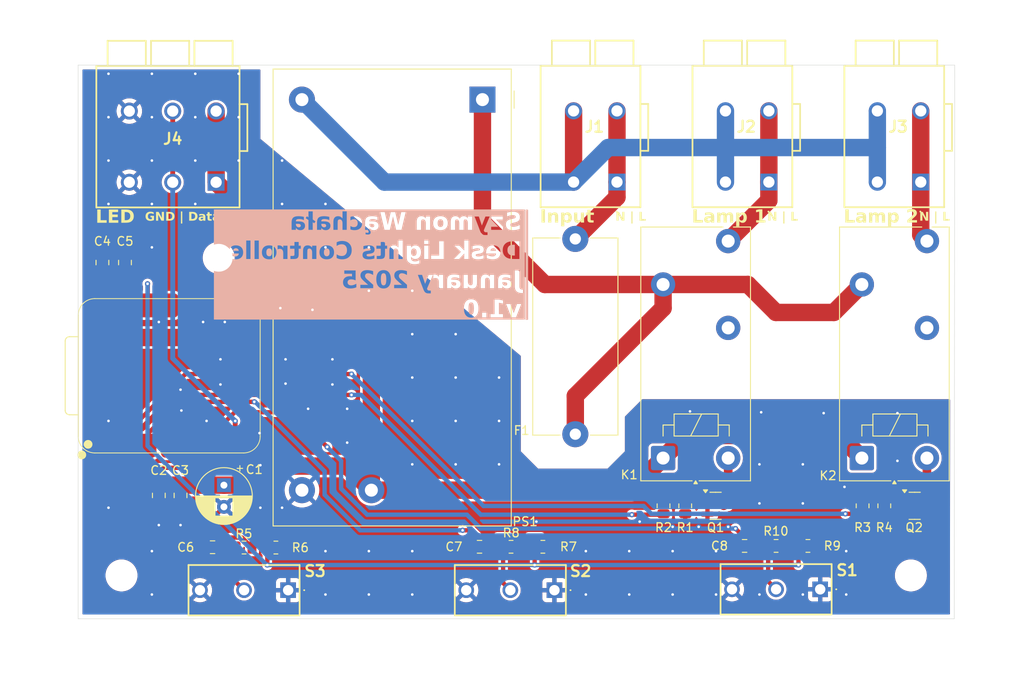
<source format=kicad_pcb>
(kicad_pcb (version 20240108) (generator "pcbnew") (generator_version "8.0")
  (layers (0 "F.Cu" signal) (31 "B.Cu" signal) (34 "B.Paste" user) (35 "F.Paste" user) (36 "B.SilkS" user "B.Silkscreen") (37 "F.SilkS" user "F.Silkscreen") (38 "B.Mask" user) (39 "F.Mask" user) (44 "Edge.Cuts" user))
  (net 0 "")
  (net 1 "GND")
  (net 2 "+5V")
  (net 3 "/Button-2")
  (net 4 "/Button-1")
  (net 5 "/Button-3")
  (net 6 "Net-(J1-1.1)")
  (net 7 "/L-in")
  (net 8 "/N")
  (net 9 "/L1-out")
  (net 10 "/L2-out")
  (net 11 "/Data")
  (net 12 "Net-(Q1-C)")
  (net 14 "Net-(Q2-C)")
  (net 16 "Net-(Q1-B)")
  (net 17 "Net-(Q2-B)")
  (net 18 "/Lamp-2")
  (net 19 "/Lamp-1")
  (net 20 "Net-(S3-NO)")
  (net 21 "+3.3V")
  (net 22 "Net-(S2-NO)")
  (net 32 "Net-(S1-NO)")
  (footprint "Wago-2604-1102:26041102" (layer "F.Cu") (at 121.0875 74.977795 180)
    (property "Reference" "J1" (at 2.6 6.375 360) (layer "F.SilkS") (effects (font (size 1.27 1.27) (thickness 0.254))))
    (property "Value" "2604-1102" (hide yes))
    (pad "1" thru_hole rect (at 0 0 180) (size 1.95 1.95) (drill 1.3) (layers "*.Cu" "*.Mask") (net 6 "Net-(J1-1.1)"))
    (pad "2" thru_hole circle (at 0 8.2 180) (size 1.95 1.95) (drill 1.3) (layers "*.Cu" "*.Mask") (net 6 "Net-(J1-1.1)"))
    (pad "3" thru_hole circle (at 5 0 180) (size 1.95 1.95) (drill 1.3) (layers "*.Cu" "*.Mask") (net 8 "/N"))
    (pad "4" thru_hole circle (at 5 8.2 180) (size 1.95 1.95) (drill 1.3) (layers "*.Cu" "*.Mask") (net 8 "/N"))
  )
  (footprint "D2FS-FL-N:D2FSFLN" (layer "F.Cu") (at 113.88 122 180)
    (property "Reference" "S2" (at -3.02 2.2 360) (layer "F.SilkS") (effects (font (size 1.27 1.27) (thickness 0.254))))
    (property "Value" "D2FS-FL-N" (hide yes))
    (pad "1" thru_hole rect (at 0 0 180) (size 1.8 1.8) (drill 1.2) (layers "*.Cu" "*.Mask") (net 1 "GND"))
    (pad "2" thru_hole circle (at 5.08 0 180) (size 1.8 1.8) (drill 1.2) (layers "*.Cu" "*.Mask") (net 22 "Net-(S2-NO)"))
    (pad "3" thru_hole circle (at 10.16 0 180) (size 1.8 1.8) (drill 1.2) (layers "*.Cu" "*.Mask") (net 1 "GND"))
  )
  (footprint "Capacitor_SMD:C_0805_2012Metric" (layer "F.Cu") (at 68.3 111.08238 -90)
    (property "Reference" "C2" (at -2.88238 0 360) (layer "F.SilkS"))
    (property "Value" "1u")
    (pad "1" smd roundrect (at -0.95 0 270) (size 1 1.45) (layers "F.Cu" "F.Paste" "F.Mask") (net 2 "+5V"))
    (pad "2" smd roundrect (at 0.95 0 270) (size 1 1.45) (layers "F.Cu" "F.Paste" "F.Mask") (net 1 "GND"))
  )
  (footprint "Resistor_SMD:R_0805_2012Metric" (layer "F.Cu") (at 143.0875 116.9 180)
    (property "Reference" "R9" (at -2.8125 0 180) (layer "F.SilkS"))
    (property "Value" "10k")
    (pad "1" smd roundrect (at -0.9125 0 180) (size 1.025 1.4) (layers "F.Cu" "F.Paste" "F.Mask") (roundrect_rratio 0.243902) (net 5 "/Button-3"))
    (pad "2" smd roundrect (at 0.9125 0 180) (size 1.025 1.4) (layers "F.Cu" "F.Paste" "F.Mask") (roundrect_rratio 0.243902) (net 21 "+3.3V"))
  )
  (footprint "Wago-2604-1102:26041102" (layer "F.Cu") (at 138.5875 74.977795 180)
    (property "Reference" "J2" (at 2.6 6.375 360) (layer "F.SilkS") (effects (font (size 1.27 1.27) (thickness 0.254))))
    (property "Value" "2604-1102" (hide yes))
    (pad "1" thru_hole rect (at 0 0 180) (size 1.95 1.95) (drill 1.3) (layers "*.Cu" "*.Mask") (net 9 "/L1-out"))
    (pad "2" thru_hole circle (at 0 8.2 180) (size 1.95 1.95) (drill 1.3) (layers "*.Cu" "*.Mask") (net 9 "/L1-out"))
    (pad "3" thru_hole circle (at 5 0 180) (size 1.95 1.95) (drill 1.3) (layers "*.Cu" "*.Mask") (net 8 "/N"))
    (pad "4" thru_hole circle (at 5 8.2 180) (size 1.95 1.95) (drill 1.3) (layers "*.Cu" "*.Mask") (net 8 "/N"))
  )
  (footprint "D2FS-FL-N:D2FSFLN" (layer "F.Cu") (at 144.5 121.9 180)
    (property "Reference" "S1" (at -3.1 2.2 360) (layer "F.SilkS") (effects (font (size 1.27 1.27) (thickness 0.254))))
    (property "Value" "D2FS-FL-N" (hide yes))
    (pad "1" thru_hole rect (at 0 0 180) (size 1.8 1.8) (drill 1.2) (layers "*.Cu" "*.Mask") (net 1 "GND"))
    (pad "2" thru_hole circle (at 5.08 0 180) (size 1.8 1.8) (drill 1.2) (layers "*.Cu" "*.Mask") (net 32 "Net-(S1-NO)"))
    (pad "3" thru_hole circle (at 10.16 0 180) (size 1.8 1.8) (drill 1.2) (layers "*.Cu" "*.Mask") (net 1 "GND"))
  )
  (footprint "Capacitor_SMD:C_0805_2012Metric" (layer "F.Cu") (at 135.79 116.9 180)
    (property "Reference" "C8" (at 2.89 0 180) (layer "F.SilkS"))
    (property "Value" "100n")
    (pad "1" smd roundrect (at -0.95 0 180) (size 1 1.45) (layers "F.Cu" "F.Paste" "F.Mask") (net 5 "/Button-3"))
    (pad "2" smd roundrect (at 0.95 0 180) (size 1 1.45) (layers "F.Cu" "F.Paste" "F.Mask") (net 1 "GND"))
  )
  (footprint "D2FS-FL-N:D2FSFLN" (layer "F.Cu") (at 83.2 122 180)
    (property "Reference" "S3" (at -3.1 2.2 360) (layer "F.SilkS") (effects (font (size 1.27 1.27) (thickness 0.254))))
    (property "Value" "D2FS-FL-N" (hide yes))
    (pad "1" thru_hole rect (at 0 0 180) (size 1.8 1.8) (drill 1.2) (layers "*.Cu" "*.Mask") (net 1 "GND"))
    (pad "2" thru_hole circle (at 5.08 0 180) (size 1.8 1.8) (drill 1.2) (layers "*.Cu" "*.Mask") (net 20 "Net-(S3-NO)"))
    (pad "3" thru_hole circle (at 10.16 0 180) (size 1.8 1.8) (drill 1.2) (layers "*.Cu" "*.Mask") (net 1 "GND"))
  )
  (footprint "Resistor_SMD:R_0805_2012Metric" (layer "F.Cu") (at 108.88 117 180)
    (property "Reference" "R8" (at -0.02 1.6 180) (layer "F.SilkS"))
    (property "Value" "10k")
    (pad "1" smd roundrect (at -0.9125 0 180) (size 1.025 1.4) (layers "F.Cu" "F.Paste" "F.Mask") (roundrect_rratio 0.243902) (net 4 "/Button-1"))
    (pad "2" smd roundrect (at 0.9125 0 180) (size 1.025 1.4) (layers "F.Cu" "F.Paste" "F.Mask") (roundrect_rratio 0.243902) (net 22 "Net-(S2-NO)"))
  )
  (footprint "Capacitor_SMD:C_0805_2012Metric" (layer "F.Cu") (at 74.49 117.05 180)
    (property "Reference" "C6" (at 3.09 0 180) (layer "F.SilkS"))
    (property "Value" "100n")
    (pad "1" smd roundrect (at -0.95 0 180) (size 1 1.45) (layers "F.Cu" "F.Paste" "F.Mask") (net 3 "/Button-2"))
    (pad "2" smd roundrect (at 0.95 0 180) (size 1 1.45) (layers "F.Cu" "F.Paste" "F.Mask") (net 1 "GND"))
  )
  (footprint "Capacitor_SMD:C_0805_2012Metric" (layer "F.Cu") (at 105.25 117 180)
    (property "Reference" "C7" (at 2.95 0 180) (layer "F.SilkS"))
    (property "Value" "100n")
    (pad "1" smd roundrect (at -0.95 0 180) (size 1 1.45) (layers "F.Cu" "F.Paste" "F.Mask") (net 4 "/Button-1"))
    (pad "2" smd roundrect (at 0.95 0 180) (size 1 1.45) (layers "F.Cu" "F.Paste" "F.Mask") (net 1 "GND"))
  )
  (footprint "MountingHole:MountingHole_3.2mm_M3" (layer "F.Cu") (at 141.4 83.6)
    (property "Reference" "H4" (hide yes))
    (property "Value" "MountingHole" (hide yes))
    (pad "" np_thru_hole circle (at 0 0) (size 3.2 3.2) (drill 3.2) (layers "*.Cu" "*.Mask"))
  )
  (footprint "Package_TO_SOT_SMD:SOT-23" (layer "F.Cu") (at 132.45 112.277795)
    (property "Reference" "Q1" (at 0 2.5 0) (layer "F.SilkS"))
    (property "Value" "BC817")
    (pad "1" smd roundrect (at -0.9375 -0.95) (size 1.475 0.6) (layers "F.Cu" "F.Paste" "F.Mask") (net 16 "Net-(Q1-B)"))
    (pad "2" smd roundrect (at -0.9375 0.95) (size 1.475 0.6) (layers "F.Cu" "F.Paste" "F.Mask") (net 1 "GND"))
    (pad "3" smd roundrect (at 0.9375 0) (size 1.475 0.6) (layers "F.Cu" "F.Paste" "F.Mask") (net 12 "Net-(Q1-C)"))
  )
  (footprint "Converter_ACDC:Converter_ACDC_MeanWell_IRM-20-xx_THT" (layer "F.Cu") (at 105.5875 65.477795 -90)
    (property "Reference" "PS1" (at 48.622205 -4.9125 180) (layer "F.SilkS"))
    (property "Value" "IRM-20-5")
    (pad "1" thru_hole rect (at 0 0 270) (size 3 3) (drill 1.5) (layers "*.Cu" "*.Mask") (net 7 "/L-in"))
    (pad "2" thru_hole circle (at 0 20.8 270) (size 3 3) (drill 1.5) (layers "*.Cu" "*.Mask") (net 8 "/N"))
    (pad "3" thru_hole circle (at 45 20.8 270) (size 3 3) (drill 1.5) (layers "*.Cu" "*.Mask") (net 1 "GND"))
    (pad "4" thru_hole circle (at 45 12.8 270) (size 3 3) (drill 1.5) (layers "*.Cu" "*.Mask") (net 2 "+5V"))
  )
  (footprint "Seeed Studio XIAO Series Library:XIAO-SAMD21-SMD" (layer "F.Cu") (at 80.0603 106.187 90)
    (property "Reference" "U1" (at 18.387 -1.4603 180) (layer "F.SilkS") (effects (font (size 0.78232 0.78232) (thickness 0.10668)) (justify left bottom)))
    (property "Value" "XIAO-SAMD21-SMD")
    (pad "1" smd roundrect (at 0.835 -18.12 90) (size 2.75 2) (layers "F.Cu" "F.Paste" "F.Mask"))
    (pad "2" smd roundrect (at 0.835 -15.58 90) (size 2.75 2) (layers "F.Cu" "F.Paste" "F.Mask") (net 19 "/Lamp-1"))
    (pad "3" smd roundrect (at 0.835 -13.04 90) (size 2.75 2) (layers "F.Cu" "F.Paste" "F.Mask") (net 18 "/Lamp-2"))
    (pad "4" smd roundrect (at 0.835 -10.5 90) (size 2.75 2) (layers "F.Cu" "F.Paste" "F.Mask") (net 4 "/Button-1"))
    (pad "5" smd roundrect (at 0.835 -7.96 90) (size 2.75 2) (layers "F.Cu" "F.Paste" "F.Mask") (net 3 "/Button-2"))
    (pad "6" smd roundrect (at 0.835 -5.42 90) (size 2.75 2) (layers "F.Cu" "F.Paste" "F.Mask") (net 5 "/Button-3"))
    (pad "7" smd roundrect (at 0.835 -2.88 90) (size 2.75 2) (layers "F.Cu" "F.Paste" "F.Mask") (net 11 "/Data"))
    (pad "8" smd roundrect (at 17 -2.88 90) (size 2.75 2) (layers "F.Cu" "F.Paste" "F.Mask"))
    (pad "9" smd roundrect (at 17 -5.42 90) (size 2.75 2) (layers "F.Cu" "F.Paste" "F.Mask"))
    (pad "10" smd roundrect (at 17 -7.96 90) (size 2.75 2) (layers "F.Cu" "F.Paste" "F.Mask"))
    (pad "11" smd roundrect (at 17 -10.5 90) (size 2.75 2) (layers "F.Cu" "F.Paste" "F.Mask"))
    (pad "12" smd roundrect (at 17 -13.04 90) (size 2.75 2) (layers "F.Cu" "F.Paste" "F.Mask") (net 21 "+3.3V"))
    (pad "13" smd roundrect (at 17 -15.58 90) (size 2.75 2) (layers "F.Cu" "F.Paste" "F.Mask") (net 1 "GND"))
    (pad "14" smd roundrect (at 17 -18.12 90) (size 2.75 2) (layers "F.Cu" "F.Paste" "F.Mask") (net 2 "+5V"))
    (pad "15" smd roundrect (at 7.747 -1.8603 180) (size 2.5 1.1) (layers "F.Cu" "F.Paste" "F.Mask"))
    (pad "16" smd roundrect (at 10.287 -1.8603 180) (size 2.5 1.1) (layers "F.Cu" "F.Paste" "F.Mask") (net 1 "GND"))
    (pad "17" smd circle (at 7.747 -18.8783 90) (size 1.7 1.7) (layers "F.Cu" "F.Paste" "F.Mask"))
    (pad "18" smd circle (at 10.287 -18.8783 90) (size 1.7 1.7) (layers "F.Cu" "F.Paste" "F.Mask"))
    (pad "19" smd circle (at 7.747 -16.3383 90) (size 1.7 1.7) (layers "F.Cu" "F.Paste" "F.Mask"))
    (pad "20" smd circle (at 10.287 -16.3383 90) (size 1.7 1.7) (layers "F.Cu" "F.Paste" "F.Mask") (net 1 "GND"))
  )
  (footprint "Resistor_SMD:R_0805_2012Metric" (layer "F.Cu") (at 149.3875 112.277795 90)
    (property "Reference" "R3" (at -2.5 0 180) (layer "F.SilkS"))
    (property "Value" "10k")
    (pad "1" smd roundrect (at -0.9125 0 90) (size 1.025 1.4) (layers "F.Cu" "F.Paste" "F.Mask") (roundrect_rratio 0.243902) (net 19 "/Lamp-1"))
    (pad "2" smd roundrect (at 0.9125 0 90) (size 1.025 1.4) (layers "F.Cu" "F.Paste" "F.Mask") (roundrect_rratio 0.243902) (net 17 "Net-(Q2-B)"))
  )
  (footprint "Capacitor_THT:CP_Radial_D6.3mm_P2.50mm" (layer "F.Cu") (at 75.8 109.9 -90)
    (property "Reference" "C1" (at -1.8 -3.5 360) (layer "F.SilkS"))
    (property "Value" "10u")
    (pad "1" thru_hole rect (at 0 0 270) (size 1.6 1.6) (drill 0.8) (layers "*.Cu" "*.Mask") (net 2 "+5V"))
    (pad "2" thru_hole circle (at 2.5 0 270) (size 1.6 1.6) (drill 0.8) (layers "*.Cu" "*.Mask") (net 1 "GND"))
  )
  (footprint "Resistor_SMD:R_0805_2012Metric" (layer "F.Cu") (at 139.42 116.9 180)
    (property "Reference" "R10" (at 0.02 1.7 180) (layer "F.SilkS"))
    (property "Value" "10k")
    (pad "1" smd roundrect (at -0.9125 0 180) (size 1.025 1.4) (layers "F.Cu" "F.Paste" "F.Mask") (roundrect_rratio 0.243902) (net 5 "/Button-3"))
    (pad "2" smd roundrect (at 0.9125 0 180) (size 1.025 1.4) (layers "F.Cu" "F.Paste" "F.Mask") (roundrect_rratio 0.243902) (net 32 "Net-(S1-NO)"))
  )
  (footprint "Fuse:Fuseholder_Cylinder-5x20mm_Schurter_0031_8201_Horizontal_Open" (layer "F.Cu") (at 116.2875 81.527795 -90)
    (property "Reference" "F1" (at 22.072205 6.1875 180) (layer "F.SilkS"))
    (property "Value" "Fuse" (hide yes))
    (pad "" np_thru_hole circle (at 11.25 0 270) (size 2.7 2.7) (drill 2.7) (layers "*.Cu" "*.Mask"))
    (pad "1" thru_hole circle (at 0 0 270) (size 3 3) (drill 1.3) (layers "*.Cu" "*.Mask") (net 6 "Net-(J1-1.1)"))
    (pad "2" thru_hole circle (at 22.5 0 270) (size 3 3) (drill 1.3) (layers "*.Cu" "*.Mask") (net 7 "/L-in"))
  )
  (footprint "Capacitor_SMD:C_0805_2012Metric" (layer "F.Cu") (at 64.4 84.25 90)
    (property "Reference" "C5" (at 2.45 0 180) (layer "F.SilkS"))
    (property "Value" "100n")
    (pad "1" smd roundrect (at -0.95 0 90) (size 1 1.45) (layers "F.Cu" "F.Paste" "F.Mask") (net 2 "+5V"))
    (pad "2" smd roundrect (at 0.95 0 90) (size 1 1.45) (layers "F.Cu" "F.Paste" "F.Mask") (net 1 "GND"))
  )
  (footprint "Resistor_SMD:R_0805_2012Metric" (layer "F.Cu") (at 78.12 117.0875 180)
    (property "Reference" "R5" (at 0.02 1.5875 180) (layer "F.SilkS"))
    (property "Value" "10k")
    (pad "1" smd roundrect (at -0.9125 0 180) (size 1.025 1.4) (layers "F.Cu" "F.Paste" "F.Mask") (roundrect_rratio 0.243902) (net 3 "/Button-2"))
    (pad "2" smd roundrect (at 0.9125 0 180) (size 1.025 1.4) (layers "F.Cu" "F.Paste" "F.Mask") (roundrect_rratio 0.243902) (net 20 "Net-(S3-NO)"))
  )
  (footprint "Relay_THT:Relay_SPDT_Finder_40.51" (layer "F.Cu") (at 126.4 106.777795 90)
    (property "Reference" "K1" (at -1.922205 -3.9 180) (layer "F.SilkS"))
    (property "Value" "Relay_SPDT")
    (pad "11" thru_hole circle (at 20 0 90) (size 2.8 2.8) (drill 1.5) (layers "*.Cu" "*.Mask") (net 7 "/L-in"))
    (pad "12" thru_hole circle (at 15 7.5 90) (size 2.8 2.8) (drill 1.5) (layers "*.Cu" "*.Mask"))
    (pad "14" thru_hole circle (at 25 7.5 90) (size 2.8 2.8) (drill 1.5) (layers "*.Cu" "*.Mask") (net 9 "/L1-out"))
    (pad "A1" thru_hole roundrect (at 0 0 90) (size 2.8 2.8) (drill 1.5) (layers "*.Cu" "*.Mask") (roundrect_rratio 0.08928571429) (net 2 "+5V"))
    (pad "A2" thru_hole circle (at 0 7.5 90) (size 2.8 2.8) (drill 1.5) (layers "*.Cu" "*.Mask") (net 12 "Net-(Q1-C)"))
  )
  (footprint "MountingHole:MountingHole_3.2mm_M3" (layer "F.Cu") (at 64 120.3)
    (property "Reference" "H1" (hide yes))
    (property "Value" "MountingHole" (hide yes))
    (pad "" np_thru_hole circle (at 0 0) (size 3.2 3.2) (drill 3.2) (layers "*.Cu" "*.Mask"))
  )
  (footprint "Package_TO_SOT_SMD:SOT-23" (layer "F.Cu") (at 155.3875 112.277795)
    (property "Reference" "Q2" (at -0.0625 2.5 0) (layer "F.SilkS"))
    (property "Value" "BC817")
    (pad "1" smd roundrect (at -0.9375 -0.95) (size 1.475 0.6) (layers "F.Cu" "F.Paste" "F.Mask") (net 17 "Net-(Q2-B)"))
    (pad "2" smd roundrect (at -0.9375 0.95) (size 1.475 0.6) (layers "F.Cu" "F.Paste" "F.Mask") (net 1 "GND"))
    (pad "3" smd roundrect (at 0.9375 0) (size 1.475 0.6) (layers "F.Cu" "F.Paste" "F.Mask") (net 14 "Net-(Q2-C)"))
  )
  (footprint "Wago-2604-1102:26041102" (layer "F.Cu") (at 156.0875 74.977795 180)
    (property "Reference" "J3" (at 2.6 6.375 360) (layer "F.SilkS") (effects (font (size 1.27 1.27) (thickness 0.254))))
    (property "Value" "2604-1102" (hide yes))
    (pad "1" thru_hole rect (at 0 0 180) (size 1.95 1.95) (drill 1.3) (layers "*.Cu" "*.Mask") (net 10 "/L2-out"))
    (pad "2" thru_hole circle (at 0 8.2 180) (size 1.95 1.95) (drill 1.3) (layers "*.Cu" "*.Mask") (net 10 "/L2-out"))
    (pad "3" thru_hole circle (at 5 0 180) (size 1.95 1.95) (drill 1.3) (layers "*.Cu" "*.Mask") (net 8 "/N"))
    (pad "4" thru_hole circle (at 5 8.2 180) (size 1.95 1.95) (drill 1.3) (layers "*.Cu" "*.Mask") (net 8 "/N"))
  )
  (footprint "Resistor_SMD:R_0805_2012Metric" (layer "F.Cu") (at 128.95 112.277795 -90)
    (property "Reference" "R1" (at 2.5 0 180) (layer "F.SilkS"))
    (property "Value" "4.7k")
    (pad "1" smd roundrect (at -0.9125 0 270) (size 1.025 1.4) (layers "F.Cu" "F.Paste" "F.Mask") (roundrect_rratio 0.243902) (net 16 "Net-(Q1-B)"))
    (pad "2" smd roundrect (at 0.9125 0 270) (size 1.025 1.4) (layers "F.Cu" "F.Paste" "F.Mask") (roundrect_rratio 0.243902) (net 1 "GND"))
  )
  (footprint "Wago-2604-1103:26041103" (layer "F.Cu") (at 74.9 75 180)
    (property "Reference" "J4" (at 5 5 180) (layer "F.SilkS") (effects (font (size 1.27 1.27) (thickness 0.254))))
    (property "Value" "2604-1103" (hide yes))
    (pad "1" thru_hole rect (at 0 0 180) (size 1.95 1.95) (drill 1.3) (layers "*.Cu" "*.Mask") (net 2 "+5V"))
    (pad "2" thru_hole circle (at 0 8.2 180) (size 1.95 1.95) (drill 1.3) (layers "*.Cu" "*.Mask") (net 2 "+5V"))
    (pad "3" thru_hole circle (at 5 0 180) (size 1.95 1.95) (drill 1.3) (layers "*.Cu" "*.Mask") (net 11 "/Data"))
    (pad "4" thru_hole circle (at 5 8.2 180) (size 1.95 1.95) (drill 1.3) (layers "*.Cu" "*.Mask") (net 11 "/Data"))
    (pad "5" thru_hole circle (at 10 0 180) (size 1.95 1.95) (drill 1.3) (layers "*.Cu" "*.Mask") (net 1 "GND"))
    (pad "6" thru_hole circle (at 10 8.2 180) (size 1.95 1.95) (drill 1.3) (layers "*.Cu" "*.Mask") (net 1 "GND"))
  )
  (footprint "Relay_THT:Relay_SPDT_Finder_40.51" (layer "F.Cu") (at 149.3 106.777795 90)
    (property "Reference" "K2" (at -2.022205 -3.9 180) (layer "F.SilkS"))
    (property "Value" "Relay_SPDT")
    (pad "11" thru_hole circle (at 20 0 90) (size 2.8 2.8) (drill 1.5) (layers "*.Cu" "*.Mask") (net 7 "/L-in"))
    (pad "12" thru_hole circle (at 15 7.5 90) (size 2.8 2.8) (drill 1.5) (layers "*.Cu" "*.Mask"))
    (pad "14" thru_hole circle (at 25 7.5 90) (size 2.8 2.8) (drill 1.5) (layers "*.Cu" "*.Mask") (net 10 "/L2-out"))
    (pad "A1" thru_hole roundrect (at 0 0 90) (size 2.8 2.8) (drill 1.5) (layers "*.Cu" "*.Mask") (roundrect_rratio 0.08928571429) (net 2 "+5V"))
    (pad "A2" thru_hole circle (at 0 7.5 90) (size 2.8 2.8) (drill 1.5) (layers "*.Cu" "*.Mask") (net 14 "Net-(Q2-C)"))
  )
  (footprint "MountingHole:MountingHole_3.2mm_M3" (layer "F.Cu") (at 75.2 83.7)
    (property "Reference" "H3" (hide yes))
    (property "Value" "MountingHole" (hide yes))
    (pad "" np_thru_hole circle (at 0 0) (size 3.2 3.2) (drill 3.2) (layers "*.Cu" "*.Mask"))
  )
  (footprint "Capacitor_SMD:C_0805_2012Metric" (layer "F.Cu") (at 70.8 111.08238 -90)
    (property "Reference" "C3" (at -2.88238 0 360) (layer "F.SilkS"))
    (property "Value" "100n")
    (pad "1" smd roundrect (at -0.95 0 270) (size 1 1.45) (layers "F.Cu" "F.Paste" "F.Mask") (net 2 "+5V"))
    (pad "2" smd roundrect (at 0.95 0 270) (size 1 1.45) (layers "F.Cu" "F.Paste" "F.Mask") (net 1 "GND"))
  )
  (footprint "Resistor_SMD:R_0805_2012Metric" (layer "F.Cu") (at 112.5475 117 180)
    (property "Reference" "R7" (at -2.9525 0 180) (layer "F.SilkS"))
    (property "Value" "10k")
    (pad "1" smd roundrect (at -0.9125 0 180) (size 1.025 1.4) (layers "F.Cu" "F.Paste" "F.Mask") (roundrect_rratio 0.243902) (net 4 "/Button-1"))
    (pad "2" smd roundrect (at 0.9125 0 180) (size 1.025 1.4) (layers "F.Cu" "F.Paste" "F.Mask") (roundrect_rratio 0.243902) (net 21 "+3.3V"))
  )
  (footprint "Resistor_SMD:R_0805_2012Metric" (layer "F.Cu") (at 81.7875 117.0875 180)
    (property "Reference" "R6" (at -2.8125 -0.0125 180) (layer "F.SilkS"))
    (property "Value" "10k")
    (pad "1" smd roundrect (at -0.9125 0 180) (size 1.025 1.4) (layers "F.Cu" "F.Paste" "F.Mask") (roundrect_rratio 0.243902) (net 3 "/Button-2"))
    (pad "2" smd roundrect (at 0.9125 0 180) (size 1.025 1.4) (layers "F.Cu" "F.Paste" "F.Mask") (roundrect_rratio 0.243902) (net 21 "+3.3V"))
  )
  (footprint "Resistor_SMD:R_0805_2012Metric" (layer "F.Cu") (at 126.45 112.277795 90)
    (property "Reference" "R2" (at -2.5 0 180) (layer "F.SilkS"))
    (property "Value" "10k")
    (pad "1" smd roundrect (at -0.9125 0 90) (size 1.025 1.4) (layers "F.Cu" "F.Paste" "F.Mask") (roundrect_rratio 0.243902) (net 18 "/Lamp-2"))
    (pad "2" smd roundrect (at 0.9125 0 90) (size 1.025 1.4) (layers "F.Cu" "F.Paste" "F.Mask") (roundrect_rratio 0.243902) (net 16 "Net-(Q1-B)"))
  )
  (footprint "Resistor_SMD:R_0805_2012Metric" (layer "F.Cu") (at 151.8875 112.277795 -90)
    (property "Reference" "R4" (at 2.5 0 180) (layer "F.SilkS"))
    (property "Value" "4.7k")
    (pad "1" smd roundrect (at -0.9125 0 270) (size 1.025 1.4) (layers "F.Cu" "F.Paste" "F.Mask") (roundrect_rratio 0.243902) (net 17 "Net-(Q2-B)"))
    (pad "2" smd roundrect (at 0.9125 0 270) (size 1.025 1.4) (layers "F.Cu" "F.Paste" "F.Mask") (roundrect_rratio 0.243902) (net 1 "GND"))
  )
  (footprint "MountingHole:MountingHole_3.2mm_M3" (layer "F.Cu") (at 154.95 120.3)
    (property "Reference" "H2" (hide yes))
    (property "Value" "MountingHole" (hide yes))
    (pad "" np_thru_hole circle (at 0 0) (size 3.2 3.2) (drill 3.2) (layers "*.Cu" "*.Mask"))
  )
  (footprint "Capacitor_SMD:C_0805_2012Metric" (layer "F.Cu") (at 61.8 84.25 90)
    (property "Reference" "C4" (at 2.45 0 180) (layer "F.SilkS"))
    (property "Value" "1u")
    (pad "1" smd roundrect (at -0.95 0 90) (size 1 1.45) (layers "F.Cu" "F.Paste" "F.Mask") (net 2 "+5V"))
    (pad "2" smd roundrect (at 0.95 0 90) (size 1 1.45) (layers "F.Cu" "F.Paste" "F.Mask") (net 1 "GND"))
  )
  (gr_rect (start 110.6 78.2) (end 110.8 90.8) (stroke (width 0.1)) (fill solid) (layer "B.SilkS"))
  (gr_line (start 159.95 125.3) (end 59 125.3) (stroke (width 0.05)) (layer "Edge.Cuts"))
  (gr_line (start 59 125.3) (end 59 61.5) (stroke (width 0.05)) (layer "Edge.Cuts"))
  (gr_line (start 160 61.5) (end 159.95 125.3) (stroke (width 0.05)) (layer "Edge.Cuts"))
  (gr_line (start 59 61.5) (end 160 61.5) (stroke (width 0.05)) (layer "Edge.Cuts"))
  (gr_text "Szymon Wąchała\nDesk Lights Controller\nJanuary 2025\nv1.0" (at 110.1 90.9 0) (layer "B.SilkS" knockout) (effects (font (size 2 2) (thickness 0.25)) (justify left bottom mirror)))
  (gr_text "N | L" (at 120.9 79.6 0) (layer "F.SilkS") (effects (font (size 1 1) (thickness 0.1)) (justify left bottom)))
  (gr_text "GND | Data | +5V" (at 66.7 79.6 0) (layer "F.SilkS") (effects (font (size 1 1) (thickness 0.1)) (justify left bottom)))
  (gr_text "Input" (at 112.2 79.9 0) (layer "F.SilkS") (effects (font (size 1.5 1.5) (thickness 0.1)) (justify left bottom)))
  (gr_text "Lamp 2" (at 147.2 79.9 0) (layer "F.SilkS") (effects (font (size 1.5 1.5) (thickness 0.1)) (justify left bottom)))
  (gr_text "N | L" (at 138.4 79.6 0) (layer "F.SilkS") (effects (font (size 1 1) (thickness 0.1)) (justify left bottom)))
  (gr_text "N | L" (at 155.9 79.6 0) (layer "F.SilkS") (effects (font (size 1 1) (thickness 0.1)) (justify left bottom)))
  (gr_text "Lamp 1" (at 129.7 79.9 0) (layer "F.SilkS") (effects (font (size 1.5 1.5) (thickness 0.1)) (justify left bottom)))
  (gr_text "LED" (at 61.0125 79.922205 0) (layer "F.SilkS") (effects (font (size 1.5 1.5) (thickness 0.1)) (justify left bottom)))
  (via (at 70.8 114.5) (size 0.6) (drill 0.3) (layers "F.Cu" "B.Cu") (net 1))
  (via (at 67.5 72.5) (size 0.6) (drill 0.3) (layers "F.Cu" "B.Cu") (net 1))
  (via (at 67.5 117.5) (size 0.6) (drill 0.3) (layers "F.Cu" "B.Cu") (net 1))
  (via (at 88.3 98.3) (size 0.6) (drill 0.3) (layers "F.Cu" "B.Cu") (net 1))
  (via (at 133.9 114.7) (size 0.6) (drill 0.3) (layers "F.Cu" "B.Cu") (net 1))
  (via (at 72.5 72.5) (size 0.6) (drill 0.3) (layers "F.Cu" "B.Cu") (net 1))
  (via (at 80 112.5) (size 0.6) (drill 0.3) (layers "F.Cu" "B.Cu") (net 1))
  (via (at 127.5 122.5) (size 0.6) (drill 0.3) (layers "F.Cu" "B.Cu") (net 1))
  (via (at 62.5 102.5) (size 0.6) (drill 0.3) (layers "F.Cu" "B.Cu") (net 1))
  (via (at 73.4 91.1) (size 0.6) (drill 0.3) (layers "F.Cu" "B.Cu") (net 1))
  (via (at 87.5 82.5) (size 0.6) (drill 0.3) (layers "F.Cu" "B.Cu") (net 1))
  (via (at 87.5 117.5) (size 0.6) (drill 0.3) (layers "F.Cu" "B.Cu") (net 1))
  (via (at 90 101.1) (size 0.6) (drill 0.3) (layers "F.Cu" "B.Cu") (net 1))
  (via (at 68.3 114.5) (size 0.6) (drill 0.3) (layers "F.Cu" "B.Cu") (net 1))
  (via (at 87.5 77.5) (size 0.6) (drill 0.3) (layers "F.Cu" "B.Cu") (net 1))
  (via (at 77.5 67.5) (size 0.6) (drill 0.3) (layers "F.Cu" "B.Cu") (net 1))
  (via (at 107.5 97.5) (size 0.6) (drill 0.3) (layers "F.Cu" "B.Cu") (net 1))
  (via (at 122.5 122.5) (size 0.6) (drill 0.3) (layers "F.Cu" "B.Cu") (net 1))
  (via (at 92.5 82.5) (size 0.6) (drill 0.3) (layers "F.Cu" "B.Cu") (net 1))
  (via (at 97.5 102.5) (size 0.6) (drill 0.3) (layers "F.Cu" "B.Cu") (net 1))
  (via (at 129.5 101.4) (size 0.6) (drill 0.3) (layers "F.Cu" "B.Cu") (net 1))
  (via (at 67.5 82.5) (size 0.6) (drill 0.3) (layers "F.Cu" "B.Cu") (net 1))
  (via (at 147.5 122.5) (size 0.6) (drill 0.3) (layers "F.Cu" "B.Cu") (net 1))
  (via (at 62.5 62.5) (size 0.6) (drill 0.3) (layers "F.Cu" "B.Cu") (net 1))
  (via (at 80 107.6) (size 0.6) (drill 0.3) (layers "F.Cu" "B.Cu") (net 1))
  (via (at 72.5 77.5) (size 0.6) (drill 0.3) (layers "F.Cu" "B.Cu") (net 1))
  (via (at 82.9 98.2) (size 0.6) (drill 0.3) (layers "F.Cu" "B.Cu") (net 1))
  (via (at 77.5 72.5) (size 0.6) (drill 0.3) (layers "F.Cu" "B.Cu") (net 1))
  (via (at 107.5 107.5) (size 0.6) (drill 0.3) (layers "F.Cu" "B.Cu") (net 1))
  (via (at 137.5 122.5) (size 0.6) (drill 0.3) (layers "F.Cu" "B.Cu") (net 1))
  (via (at 102.5 92.5) (size 0.6) (drill 0.3) (layers "F.Cu" "B.Cu") (net 1))
  (via (at 73.8 102.5) (size 0.6) (drill 0.3) (layers "F.Cu" "B.Cu") (net 1))
  (via (at 82.5 77.5) (size 0.6) (drill 0.3) (layers "F.Cu" "B.Cu") (net 1))
  (via (at 92.5 117.5) (size 0.6) (drill 0.3) (layers "F.Cu" "B.Cu") (net 1))
  (via (at 137.7 101.5) (size 0.6) (drill 0.3) (layers "F.Cu" "B.Cu") (net 1))
  (via (at 82.9 95.4) (size 0.6) (drill 0.3) (layers "F.Cu" "B.Cu") (net 1))
  (via (at 123.7 114.1) (size 0.6) (drill 0.3) (layers "F.Cu" "B.Cu") (net 1))
  (via (at 82.5 112.5) (size 0.6) (drill 0.3) (layers "F.Cu" "B.Cu") (net 1))
  (via (at 97.5 92.5) (size 0.6) (drill 0.3) (layers "F.Cu" "B.Cu") (net 1))
  (via (at 142.5 122.5) (size 0.6) (drill 0.3) (layers "F.Cu" "B.Cu") (net 1))
  (via (at 82.3 89.5) (size 0.6) (drill 0.3) (layers "F.Cu" "B.Cu") (net 1))
  (via (at 127.5 114.7) (size 0.6) (drill 0.3) (layers "F.Cu" "B.Cu") (net 1))
  (via (at 90 105) (size 0.6) (drill 0.3) (layers "F.Cu" "B.Cu") (net 1))
  (via (at 67.5 122.5) (size 0.6) (drill 0.3) (layers "F.Cu" "B.Cu") (net 1))
  (via (at 75.4 98.3) (size 0.6) (drill 0.3) (layers "F.Cu" "B.Cu") (net 1))
  (via (at 132.5 122.5) (size 0.6) (drill 0.3) (layers "F.Cu" "B.Cu") (net 1))
  (via (at 72.5 62.5) (size 0.6) (drill 0.3) (layers "F.Cu" "B.Cu") (net 1))
  (via (at 86 89.7) (size 0.6) (drill 0.3) (layers "F.Cu" "B.Cu") (net 1))
  (via (at 117.5 117.5) (size 0.6) (drill 0.3) (layers "F.Cu" "B.Cu") (net 1))
  (via (at 72.5 67.5) (size 0.6) (drill 0.3) (layers "F.Cu" "B.Cu") (net 1))
  (via (at 92.5 87.5) (size 0.6) (drill 0.3) (layers "F.Cu" "B.Cu") (net 1))
  (via (at 97.5 87.5) (size 0.6) (drill 0.3) (layers "F.Cu" "B.Cu") (net 1))
  (via (at 153.4 101.6) (size 0.6) (drill 0.3) (layers "F.Cu" "B.Cu") (net 1))
  (via (at 85.5 101.1) (size 0.6) (drill 0.3) (layers "F.Cu" "B.Cu") (net 1))
  (via (at 153.4 107.1) (size 0.6) (drill 0.3) (layers "F.Cu" "B.Cu") (net 1))
  (via (at 62.5 72.5) (size 0.6) (drill 0.3) (layers "F.Cu" "B.Cu") (net 1))
  (via (at 75.4 95.4) (size 0.6) (drill 0.3) (layers "F.Cu" "B.Cu") (net 1))
  (via (at 79.9 103.9) (size 0.6) (drill 0.3) (layers "F.Cu" "B.Cu") (net 1))
  (via (at 87.5 122.5) (size 0.6) (drill 0.3) (layers "F.Cu" "B.Cu") (net 1))
  (via (at 67.5 77.5) (size 0.6) (drill 0.3) (layers "F.Cu" "B.Cu") (net 1))
  (via (at 127.5 117.5) (size 0.6) (drill 0.3) (layers "F.Cu" "B.Cu") (net 1))
  (via (at 77.5 62.5) (size 0.6) (drill 0.3) (layers "F.Cu" "B.Cu") (net 1))
  (via (at 144.9 101.6) (size 0.6) (drill 0.3) (layers "F.Cu" "B.Cu") (net 1))
  (via (at 75.9 91.1) (size 0.6) (drill 0.3) (layers "F.Cu" "B.Cu") (net 1))
  (via (at 88.3 95.4) (size 0.6) (drill 0.3) (layers "F.Cu" "B.Cu") (net 1))
  (via (at 102.5 97.5) (size 0.6) (drill 0.3) (layers "F.Cu" "B.Cu") (net 1))
  (via (at 137.5 112) (size 0.6) (drill 0.3) (layers "F.Cu" "B.Cu") (net 1))
  (via (at 97.5 97.5) (size 0.6) (drill 0.3) (layers "F.Cu" "B.Cu") (net 1))
  (via (at 117.5 122.5) (size 0.6) (drill 0.3) (layers "F.Cu" "B.Cu") (net 1))
  (via (at 122.5 117.5) (size 0.6) (drill 0.3) (layers "F.Cu" "B.Cu") (net 1))
  (via (at 62.5 112.5) (size 0.6) (drill 0.3) (layers "F.Cu" "B.Cu") (net 1))
  (via (at 137.5 107.5) (size 0.6) (drill 0.3) (layers "F.Cu" "B.Cu") (net 1))
  (via (at 70.9 101.3) (size 0.6) (drill 0.3) (layers "F.Cu" "B.Cu") (net 1))
  (via (at 130.5 114.7) (size 0.6) (drill 0.3) (layers "F.Cu" "B.Cu") (net 1))
  (via (at 97.5 122.5) (size 0.6) (drill 0.3) (layers "F.Cu" "B.Cu") (net 1))
  (via (at 102.5 102.5) (size 0.6) (drill 0.3) (layers "F.Cu" "B.Cu") (net 1))
  (via (at 142.5 107.5) (size 0.6) (drill 0.3) (layers "F.Cu" "B.Cu") (net 1))
  (via (at 70.8 98.9) (size 0.6) (drill 0.3) (layers "F.Cu" "B.Cu") (net 1))
  (via (at 142.5 112) (size 0.6) (drill 0.3) (layers "F.Cu" "B.Cu") (net 1))
  (via (at 97.5 117.5) (size 0.6) (drill 0.3) (layers "F.Cu" "B.Cu") (net 1))
  (via (at 62.5 67.5) (size 0.6) (drill 0.3) (layers "F.Cu" "B.Cu") (net 1))
  (via (at 111.8 114.1) (size 0.6) (drill 0.3) (layers "F.Cu" "B.Cu") (net 1))
  (via (at 68.3 91.1) (size 0.6) (drill 0.3) (layers "F.Cu" "B.Cu") (net 1))
  (via (at 97.5 107.5) (size 0.6) (drill 0.3) (layers "F.Cu" "B.Cu") (net 1))
  (via (at 102.5 107.5) (size 0.6) (drill 0.3) (layers "F.Cu" "B.Cu") (net 1))
  (via (at 107.5 102.5) (size 0.6) (drill 0.3) (layers "F.Cu" "B.Cu") (net 1))
  (via (at 147.3 110.1) (size 0.6) (drill 0.3) (layers "F.Cu" "B.Cu") (net 1))
  (via (at 92.5 122.5) (size 0.6) (drill 0.3) (layers "F.Cu" "B.Cu") (net 1))
  (via (at 82.5 72.5) (size 0.6) (drill 0.3) (layers "F.Cu" "B.Cu") (net 1))
  (via (at 67.5 62.5) (size 0.6) (drill 0.3) (layers "F.Cu" "B.Cu") (net 1))
  (via (at 147.5 117.5) (size 0.6) (drill 0.3) (layers "F.Cu" "B.Cu") (net 1))
  (via (at 62.5 77.5) (size 0.6) (drill 0.3) (layers "F.Cu" "B.Cu") (net 1))
  (via (at 132.5 117.5) (size 0.6) (drill 0.3) (layers "F.Cu" "B.Cu") (net 1))
  (via (at 67.5 67.5) (size 0.6) (drill 0.3) (layers "F.Cu" "B.Cu") (net 1))
  (segment (start 146.7 104.177795) (end 149.3 106.777795) (width 2) (layer "F.Cu") (net 2))
  (segment (start 64.4 85.2) (end 61.8 85.2) (width 1) (layer "F.Cu") (net 2))
  (segment (start 122.7 110.477795) (end 126.4 106.777795) (width 2) (layer "F.Cu") (net 2))
  (segment (start 75.8 109.9) (end 68.53238 109.9) (width 2) (layer "F.Cu") (net 2))
  (segment (start 61.9403 91.4403) (end 63.3875 92.8875) (width 2) (layer "F.Cu") (net 2))
  (segment (start 61.8 85.2) (end 61.8 89.0467) (width 1) (layer "F.Cu") (net 2))
  (segment (start 82.1 107.7) (end 90.009705 107.7) (width 2) (layer "F.Cu") (net 2))
  (segment (start 126.4 106.777795) (end 129 104.177795) (width 2) (layer "F.Cu") (net 2))
  (segment (start 75.8 109.9) (end 79.9 109.9) (width 2) (layer "F.Cu") (net 2))
  (segment (start 92.7875 92.8875) (end 74.9 75) (width 2) (layer "F.Cu") (net 2))
  (segment (start 92.7875 110.477795) (end 122.7 110.477795) (width 2) (layer "F.Cu") (net 2))
  (segment (start 68.53238 109.9) (end 68.3 110.13238) (width 2) (layer "F.Cu") (net 2))
  (segment (start 61.8 89.0467) (end 61.9403 89.187) (width 1) (layer "F.Cu") (net 2))
  (segment (start 92.7875 110.477795) (end 92.7875 92.8875) (width 2) (layer "F.Cu") (net 2))
  (segment (start 61.9403 89.187) (end 61.9403 91.4403) (width 2) (layer "F.Cu") (net 2))
  (segment (start 74.9 66.8) (end 74.9 75) (width 2) (layer "F.Cu") (net 2))
  (segment (start 79.9 109.9) (end 82.1 107.7) (width 2) (layer "F.Cu") (net 2))
  (segment (start 90.009705 107.7) (end 92.7875 110.477795) (width 2) (layer "F.Cu") (net 2))
  (segment (start 129 104.177795) (end 146.7 104.177795) (width 2) (layer "F.Cu") (net 2))
  (segment (start 63.3875 92.8875) (end 92.7875 92.8875) (width 2) (layer "F.Cu") (net 2))
  (segment (start 76.5525 115.9375) (end 77.8825 115.9375) (width 0.5) (layer "F.Cu") (net 3))
  (segment (start 75.44 117.05) (end 76.5525 115.9375) (width 0.5) (layer "F.Cu") (net 3))
  (segment (start 67.175 115.875) (end 74.265 115.875) (width 0.5) (layer "F.Cu") (net 3))
  (segment (start 66.8 107.9) (end 65.5 109.2) (width 0.5) (layer "F.Cu") (net 3))
  (segment (start 65.5 109.2) (end 65.5 114.2) (width 0.5) (layer "F.Cu") (net 3))
  (segment (start 74.265 115.875) (end 75.44 117.05) (width 0.5) (layer "F.Cu") (net 3))
  (segment (start 80.1825 115.9375) (end 81.55 115.9375) (width 0.5) (layer "F.Cu") (net 3))
  (segment (start 65.5 114.2) (end 67.175 115.875) (width 0.5) (layer "F.Cu") (net 3))
  (segment (start 72.1003 105.352) (end 72.1003 106.727) (width 0.5) (layer "F.Cu") (net 3))
  (segment (start 77.8825 115.9375) (end 79.0325 117.0875) (width 0.5) (layer "F.Cu") (net 3))
  (segment (start 70.9273 107.9) (end 66.8 107.9) (width 0.5) (layer "F.Cu") (net 3))
  (segment (start 81.55 115.9375) (end 82.7 117.0875) (width 0.5) (layer "F.Cu") (net 3))
  (segment (start 72.1003 106.727) (end 70.9273 107.9) (width 0.5) (layer "F.Cu") (net 3))
  (segment (start 79.0325 117.0875) (end 80.1825 115.9375) (width 0.5) (layer "F.Cu") (net 3))
  (segment (start 79.3 100.3) (end 73.2373 100.3) (width 0.5) (layer "F.Cu") (net 4))
  (segment (start 103.3 115.1) (end 104.3 115.1) (width 0.5) (layer "F.Cu") (net 4))
  (segment (start 73.2373 100.3) (end 69.5603 103.977) (width 0.5) (layer "F.Cu") (net 4))
  (segment (start 110.9425 115.85) (end 112.31 115.85) (width 0.5) (layer "F.Cu") (net 4))
  (segment (start 69.5603 103.977) (end 69.5603 105.352) (width 0.5) (layer "F.Cu") (net 4))
  (segment (start 109.7925 117) (end 110.9425 115.85) (width 0.5) (layer "F.Cu") (net 4))
  (segment (start 107.35 115.85) (end 108.6425 115.85) (width 0.5) (layer "F.Cu") (net 4))
  (segment (start 106.2 117) (end 107.35 115.85) (width 0.5) (layer "F.Cu") (net 4))
  (segment (start 108.6425 115.85) (end 109.7925 117) (width 0.5) (layer "F.Cu") (net 4))
  (segment (start 112.31 115.85) (end 113.46 117) (width 0.5) (layer "F.Cu") (net 4))
  (segment (start 104.3 115.1) (end 106.2 117) (width 0.5) (layer "F.Cu") (net 4))
  (via (at 103.3 115.1) (size 0.6) (drill 0.3) (layers "F.Cu" "B.Cu") (net 4))
  (via (at 79.3 100.3) (size 0.6) (drill 0.3) (layers "F.Cu" "B.Cu") (net 4))
  (segment (start 79.4 100.3) (end 87.4 108.3) (width 0.5) (layer "B.Cu") (net 4))
  (segment (start 87.4 111) (end 91.5 115.1) (width 0.5) (layer "B.Cu") (net 4))
  (segment (start 87.4 108.3) (end 87.4 111) (width 0.5) (layer "B.Cu") (net 4))
  (segment (start 91.5 115.1) (end 103.3 115.1) (width 0.5) (layer "B.Cu") (net 4))
  (segment (start 79.3 100.3) (end 79.4 100.3) (width 0.5) (layer "B.Cu") (net 4))
  (segment (start 83.7 101.5) (end 77.039339 101.5) (width 0.5) (layer "F.Cu") (net 5))
  (segment (start 141.4825 115.75) (end 142.85 115.75) (width 0.5) (layer "F.Cu") (net 5))
  (segment (start 139.1825 115.75) (end 140.3325 116.9) (width 0.5) (layer "F.Cu") (net 5))
  (segment (start 74.6403 103.899039) (end 74.6403 105.352) (width 0.5) (layer "F.Cu") (net 5))
  (segment (start 140.3325 116.9) (end 141.4825 115.75) (width 0.5) (layer "F.Cu") (net 5))
  (segment (start 87.7 105.5) (end 83.7 101.5) (width 0.5) (layer "F.Cu") (net 5))
  (segment (start 137.89 115.75) (end 139.1825 115.75) (width 0.5) (layer "F.Cu") (net 5))
  (segment (start 136.74 116.9) (end 137.89 115.75) (width 0.5) (layer "F.Cu") (net 5))
  (segment (start 77.039339 101.5) (end 74.6403 103.899039) (width 0.5) (layer "F.Cu") (net 5))
  (segment (start 134.74 114.9) (end 136.74 116.9) (width 0.5) (layer "F.Cu") (net 5))
  (segment (start 142.85 115.75) (end 144 116.9) (width 0.5) (layer "F.Cu") (net 5))
  (via (at 134.74 114.9) (size 0.6) (drill 0.3) (layers "F.Cu" "B.Cu") (net 5))
  (via (at 87.7 105.5) (size 0.6) (drill 0.3) (layers "F.Cu" "B.Cu") (net 5))
  (segment (start 87.7 105.5) (end 89.3 107.1) (width 0.5) (layer "B.Cu") (net 5))
  (segment (start 105.4 114.9) (end 134.74 114.9) (width 0.5) (layer "B.Cu") (net 5))
  (segment (start 103.8 113.3) (end 105.4 114.9) (width 0.5) (layer "B.Cu") (net 5))
  (segment (start 92.3 113.3) (end 103.8 113.3) (width 0.5) (layer "B.Cu") (net 5))
  (segment (start 89.3 107.1) (end 89.3 110.3) (width 0.5) (layer "B.Cu") (net 5))
  (segment (start 89.3 110.3) (end 92.3 113.3) (width 0.5) (layer "B.Cu") (net 5))
  (segment (start 121.0875 74.977795) (end 121.0875 76.727795) (width 2) (layer "F.Cu") (net 6))
  (segment (start 121.0875 66.777795) (end 121.0875 74.977795) (width 2) (layer "F.Cu") (net 6))
  (segment (start 121.0875 76.727795) (end 116.2875 81.527795) (width 2) (layer "F.Cu") (net 6))
  (segment (start 116.2875 99.6125) (end 126.4 89.5) (width 2) (layer "F.Cu") (net 7))
  (segment (start 105.5875 79.5875) (end 112.777795 86.777795) (width 2) (layer "F.Cu") (net 7))
  (segment (start 126.4 86.777795) (end 136.177375 86.777795) (width 2) (layer "F.Cu") (net 7))
  (segment (start 112.777795 86.777795) (end 126.4 86.777795) (width 2) (layer "F.Cu") (net 7))
  (segment (start 126.4 89.5) (end 126.4 86.777795) (width 2) (layer "F.Cu") (net 7))
  (segment (start 105.5875 65.477795) (end 105.5875 79.5875) (width 2) (layer "F.Cu") (net 7))
  (segment (start 136.177375 86.777795) (end 139.39958 90) (width 2) (layer "F.Cu") (net 7))
  (segment (start 146.077795 90) (end 149.3 86.777795) (width 2) (layer "F.Cu") (net 7))
  (segment (start 116.2875 104.027795) (end 116.2875 99.6125) (width 2) (layer "F.Cu") (net 7))
  (segment (start 139.39958 90) (end 146.077795 90) (width 2) (layer "F.Cu") (net 7))
  (segment (start 116.0875 74.977795) (end 116.0875 66.777795) (width 2) (layer "F.Cu") (net 8))
  (segment (start 151.0875 71) (end 151.0875 66.777795) (width 2) (layer "B.Cu") (net 8))
  (segment (start 120.065295 71) (end 151.0875 71) (width 2) (layer "B.Cu") (net 8))
  (segment (start 116.0875 74.977795) (end 120.065295 71) (width 2) (layer "B.Cu") (net 8))
  (segment (start 116.0875 74.977795) (end 94.2875 74.977795) (width 2) (layer "B.Cu") (net 8))
  (segment (start 151.0875 74.977795) (end 151.0875 71) (width 2) (layer "B.Cu") (net 8))
  (segment (start 94.2875 74.977795) (end 84.7875 65.477795) (width 2) (layer "B.Cu") (net 8))
  (segment (start 133.5875 74.977795) (end 133.5875 66.777795) (width 2) (layer "B.Cu") (net 8))
  (segment (start 138.5875 66.777795) (end 138.5875 74.977795) (width 2) (layer "F.Cu") (net 9))
  (segment (start 138.5875 77.090295) (end 133.9 81.777795) (width 2) (layer "F.Cu") (net 9))
  (segment (start 138.5875 74.977795) (end 138.5875 77.090295) (width 2) (layer "F.Cu") (net 9))
  (segment (start 156.0875 81.065295) (end 156.8 81.777795) (width 2) (layer "F.Cu") (net 10))
  (segment (start 156.0875 74.977795) (end 156.0875 81.065295) (width 2) (layer "F.Cu") (net 10))
  (segment (start 156.0875 66.777795) (end 156.0875 74.977795) (width 2) (layer "F.Cu") (net 10))
  (segment (start 69.9 66.8) (end 69.9 75) (width 0.56) (layer "F.Cu") (net 11))
  (segment (start 77.1 105.2717) (end 77.1803 105.352) (width 0.56) (layer "F.Cu") (net 11))
  (segment (start 77.1 102.5) (end 77.1 105.2717) (width 0.56) (layer "F.Cu") (net 11))
  (via (at 77.1 102.5) (size 0.6) (drill 0.3) (layers "F.Cu" "B.Cu") (net 11))
  (segment (start 69.9 95.3) (end 77.1 102.5) (width 0.56) (layer "B.Cu") (net 11))
  (segment (start 69.9 75) (end 69.9 95.3) (width 0.56) (layer "B.Cu") (net 11))
  (segment (start 133.9 106.777795) (end 133.9 111.765295) (width 1) (layer "F.Cu") (net 12))
  (segment (start 133.9 111.765295) (end 133.3875 112.277795) (width 1) (layer "F.Cu") (net 12))
  (segment (start 156.8 111.802795) (end 156.325 112.277795) (width 1) (layer "F.Cu") (net 14))
  (segment (start 156.8 106.777795) (end 156.8 111.802795) (width 1) (layer "F.Cu") (net 14))
  (segment (start 131.5125 111.327795) (end 126.4875 111.327795) (width 0.5) (layer "F.Cu") (net 16))
  (segment (start 126.4875 111.327795) (end 126.45 111.365295) (width 0.5) (layer "F.Cu") (net 16))
  (segment (start 154.45 111.327795) (end 149.425 111.327795) (width 0.5) (layer "F.Cu") (net 17))
  (segment (start 149.425 111.327795) (end 149.3875 111.365295) (width 0.5) (layer "F.Cu") (net 17))
  (segment (start 126.340295 113.3) (end 126.45 113.190295) (width 0.5) (layer "F.Cu") (net 18))
  (segment (start 122.8 113.3) (end 126.340295 113.3) (width 0.5) (layer "F.Cu") (net 18))
  (segment (start 71.4973 99.5) (end 90.5 99.5) (width 0.5) (layer "F.Cu") (net 18))
  (segment (start 67.0203 105.352) (end 67.0203 103.977) (width 0.5) (layer "F.Cu") (net 18))
  (segment (start 67.0203 103.977) (end 71.4973 99.5) (width 0.5) (layer "F.Cu") (net 18))
  (via (at 90.5 99.5) (size 0.6) (drill 0.3) (layers "F.Cu" "B.Cu") (net 18))
  (via (at 122.8 113.3) (size 0.6) (drill 0.3) (layers "F.Cu" "B.Cu") (net 18))
  (segment (start 91.6 99.5) (end 90.5 99.5) (width 0.5) (layer "B.Cu") (net 18))
  (segment (start 105.4 113.3) (end 91.6 99.5) (width 0.5) (layer "B.Cu") (net 18))
  (segment (start 122.8 113.3) (end 105.4 113.3) (width 0.5) (layer "B.Cu") (net 18))
  (segment (start 64.4803 103.977) (end 71.3573 97.1) (width 0.5) (layer "F.Cu") (net 19))
  (segment (start 64.4803 105.352) (end 64.4803 103.977) (width 0.5) (layer "F.Cu") (net 19))
  (segment (start 149.377795 113.2) (end 149.3875 113.190295) (width 0.5) (layer "F.Cu") (net 19))
  (segment (start 71.3573 97.1) (end 90.5 97.1) (width 0.5) (layer "F.Cu") (net 19))
  (segment (start 147.4 113.2) (end 149.377795 113.2) (width 0.5) (layer "F.Cu") (net 19))
  (via (at 147.4 113.2) (size 0.6) (drill 0.3) (layers "F.Cu" "B.Cu") (net 19))
  (via (at 90.5 97.1) (size 0.6) (drill 0.3) (layers "F.Cu" "B.Cu") (net 19))
  (segment (start 124.15 112.3) (end 125.05 113.2) (width 0.5) (layer "B.Cu") (net 19))
  (segment (start 105.7 112.3) (end 124.15 112.3) (width 0.5) (layer "B.Cu") (net 19))
  (segment (start 125.05 113.2) (end 147.4 113.2) (width 0.5) (layer "B.Cu") (net 19))
  (segment (start 90.5 97.1) (end 105.7 112.3) (width 0.5) (layer "B.Cu") (net 19))
  (segment (start 77.2075 117.0875) (end 77.2075 121.0875) (width 0.5) (layer "F.Cu") (net 20))
  (segment (start 77.2075 121.0875) (end 78.12 122) (width 0.5) (layer "F.Cu") (net 20))
  (segment (start 111.6 119.1) (end 111.6 117.035) (width 0.5) (layer "F.Cu") (net 21))
  (segment (start 80.8 117.1625) (end 80.875 117.0875) (width 0.5) (layer "F.Cu") (net 21))
  (segment (start 80.8 119.1) (end 80.8 117.1625) (width 0.5) (layer "F.Cu") (net 21))
  (segment (start 67.0203 86.7203) (end 67 86.7) (width 0.5) (layer "F.Cu") (net 21))
  (segment (start 67.0203 89.187) (end 67.0203 86.7203) (width 0.5) (layer "F.Cu") (net 21))
  (segment (start 142 117.075) (end 142.175 116.9) (width 0.5) (layer "F.Cu") (net 21))
  (segment (start 111.6 117.035) (end 111.635 117) (width 0.5) (layer "F.Cu") (net 21))
  (segment (start 142 119.1) (end 142 117.075) (width 0.5) (layer "F.Cu") (net 21))
  (via (at 142 119.1) (size 0.6) (drill 0.3) (layers "F.Cu" "B.Cu") (net 21))
  (via (at 80.8 119.1) (size 0.6) (drill 0.3) (layers "F.Cu" "B.Cu") (net 21))
  (via (at 67 86.7) (size 0.6) (drill 0.3) (layers "F.Cu" "B.Cu") (net 21))
  (via (at 111.6 119.1) (size 0.6) (drill 0.3) (layers "F.Cu" "B.Cu") (net 21))
  (segment (start 80.8 119.1) (end 111.6 119.1) (width 0.5) (layer "B.Cu") (net 21))
  (segment (start 80.732233 119.1) (end 80.8 119.1) (width 0.5) (layer "B.Cu") (net 21))
  (segment (start 67 105.367767) (end 80.732233 119.1) (width 0.5) (layer "B.Cu") (net 21))
  (segment (start 67 86.7) (end 67 105.367767) (width 0.5) (layer "B.Cu") (net 21))
  (segment (start 111.6 119.1) (end 142 119.1) (width 0.5) (layer "B.Cu") (net 21))
  (segment (start 107.9675 117) (end 107.9675 121.1675) (width 0.5) (layer "F.Cu") (net 22))
  (segment (start 107.9675 121.1675) (end 108.8 122) (width 0.5) (layer "F.Cu") (net 22))
  (segment (start 138.5075 120.9875) (end 139.42 121.9) (width 0.5) (layer "F.Cu") (net 32))
  (segment (start 138.5075 116.9) (end 138.5075 120.9875) (width 0.5) (layer "F.Cu") (net 32))
  (zone (net 0) (net_name "") (layers "F&B.Cu") (connect_pads (clearance 0)) (min_thickness 0.25)
    (keepout (tracks allowed) (vias allowed) (pads allowed) (copperpour not_allowed) (footprints allowed))
    (fill (thermal_gap 0.5) (thermal_bridge_width 0.5))
    (polygon (pts (xy 80 60) (xy 163 60) (xy 163 100) (xy 142.5 100) (xy 123.995252 100) (xy 122 102) (xy 122 106) (xy 120 108) (xy 112 108) (xy 110 106) (xy 110 95) (xy 80 70)))
  )
  (zone (net 1) (net_name "GND") (layers "F&B.Cu") (connect_pads (clearance 0.3)) (min_thickness 0.2) (fill yes (thermal_gap 0.5) (thermal_bridge_width 0.5))
    (polygon (pts (xy 50 54) (xy 50 132) (xy 168 132) (xy 168 54)))
  )
)
</source>
